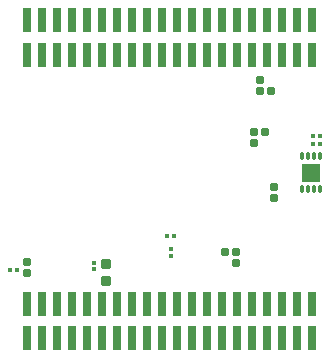
<source format=gbp>
G04*
G04 #@! TF.GenerationSoftware,Altium Limited,Altium NEXUS,5.1.2 (10)*
G04*
G04 Layer_Color=128*
%FSLAX25Y25*%
%MOIN*%
G70*
G04*
G04 #@! TF.SameCoordinates,614915EC-EFCC-4F07-BEE6-519DBFB5DABB*
G04*
G04*
G04 #@! TF.FilePolarity,Positive*
G04*
G01*
G75*
G04:AMPARAMS|DCode=15|XSize=23.62mil|YSize=23.62mil|CornerRadius=2.36mil|HoleSize=0mil|Usage=FLASHONLY|Rotation=90.000|XOffset=0mil|YOffset=0mil|HoleType=Round|Shape=RoundedRectangle|*
%AMROUNDEDRECTD15*
21,1,0.02362,0.01890,0,0,90.0*
21,1,0.01890,0.02362,0,0,90.0*
1,1,0.00472,0.00945,0.00945*
1,1,0.00472,0.00945,-0.00945*
1,1,0.00472,-0.00945,-0.00945*
1,1,0.00472,-0.00945,0.00945*
%
%ADD15ROUNDEDRECTD15*%
G04:AMPARAMS|DCode=23|XSize=11.42mil|YSize=12.99mil|CornerRadius=0.98mil|HoleSize=0mil|Usage=FLASHONLY|Rotation=270.000|XOffset=0mil|YOffset=0mil|HoleType=Round|Shape=RoundedRectangle|*
%AMROUNDEDRECTD23*
21,1,0.01142,0.01102,0,0,270.0*
21,1,0.00945,0.01299,0,0,270.0*
1,1,0.00197,-0.00551,-0.00472*
1,1,0.00197,-0.00551,0.00472*
1,1,0.00197,0.00551,0.00472*
1,1,0.00197,0.00551,-0.00472*
%
%ADD23ROUNDEDRECTD23*%
G04:AMPARAMS|DCode=27|XSize=11.42mil|YSize=12.99mil|CornerRadius=0.98mil|HoleSize=0mil|Usage=FLASHONLY|Rotation=180.000|XOffset=0mil|YOffset=0mil|HoleType=Round|Shape=RoundedRectangle|*
%AMROUNDEDRECTD27*
21,1,0.01142,0.01102,0,0,180.0*
21,1,0.00945,0.01299,0,0,180.0*
1,1,0.00197,-0.00472,0.00551*
1,1,0.00197,0.00472,0.00551*
1,1,0.00197,0.00472,-0.00551*
1,1,0.00197,-0.00472,-0.00551*
%
%ADD27ROUNDEDRECTD27*%
G04:AMPARAMS|DCode=29|XSize=12.6mil|YSize=13.39mil|CornerRadius=1.58mil|HoleSize=0mil|Usage=FLASHONLY|Rotation=90.000|XOffset=0mil|YOffset=0mil|HoleType=Round|Shape=RoundedRectangle|*
%AMROUNDEDRECTD29*
21,1,0.01260,0.01024,0,0,90.0*
21,1,0.00945,0.01339,0,0,90.0*
1,1,0.00315,0.00512,0.00472*
1,1,0.00315,0.00512,-0.00472*
1,1,0.00315,-0.00512,-0.00472*
1,1,0.00315,-0.00512,0.00472*
%
%ADD29ROUNDEDRECTD29*%
G04:AMPARAMS|DCode=31|XSize=23.62mil|YSize=23.62mil|CornerRadius=2.36mil|HoleSize=0mil|Usage=FLASHONLY|Rotation=0.000|XOffset=0mil|YOffset=0mil|HoleType=Round|Shape=RoundedRectangle|*
%AMROUNDEDRECTD31*
21,1,0.02362,0.01890,0,0,0.0*
21,1,0.01890,0.02362,0,0,0.0*
1,1,0.00472,0.00945,-0.00945*
1,1,0.00472,-0.00945,-0.00945*
1,1,0.00472,-0.00945,0.00945*
1,1,0.00472,0.00945,0.00945*
%
%ADD31ROUNDEDRECTD31*%
G04:AMPARAMS|DCode=95|XSize=78.74mil|YSize=29.13mil|CornerRadius=2.91mil|HoleSize=0mil|Usage=FLASHONLY|Rotation=270.000|XOffset=0mil|YOffset=0mil|HoleType=Round|Shape=RoundedRectangle|*
%AMROUNDEDRECTD95*
21,1,0.07874,0.02331,0,0,270.0*
21,1,0.07291,0.02913,0,0,270.0*
1,1,0.00583,-0.01165,-0.03646*
1,1,0.00583,-0.01165,0.03646*
1,1,0.00583,0.01165,0.03646*
1,1,0.00583,0.01165,-0.03646*
%
%ADD95ROUNDEDRECTD95*%
G04:AMPARAMS|DCode=96|XSize=62.99mil|YSize=62.99mil|CornerRadius=6.3mil|HoleSize=0mil|Usage=FLASHONLY|Rotation=90.000|XOffset=0mil|YOffset=0mil|HoleType=Round|Shape=RoundedRectangle|*
%AMROUNDEDRECTD96*
21,1,0.06299,0.05039,0,0,90.0*
21,1,0.05039,0.06299,0,0,90.0*
1,1,0.01260,0.02520,0.02520*
1,1,0.01260,0.02520,-0.02520*
1,1,0.01260,-0.02520,-0.02520*
1,1,0.01260,-0.02520,0.02520*
%
%ADD96ROUNDEDRECTD96*%
G04:AMPARAMS|DCode=97|XSize=11.81mil|YSize=23.62mil|CornerRadius=1.18mil|HoleSize=0mil|Usage=FLASHONLY|Rotation=0.000|XOffset=0mil|YOffset=0mil|HoleType=Round|Shape=RoundedRectangle|*
%AMROUNDEDRECTD97*
21,1,0.01181,0.02126,0,0,0.0*
21,1,0.00945,0.02362,0,0,0.0*
1,1,0.00236,0.00472,-0.01063*
1,1,0.00236,-0.00472,-0.01063*
1,1,0.00236,-0.00472,0.01063*
1,1,0.00236,0.00472,0.01063*
%
%ADD97ROUNDEDRECTD97*%
G04:AMPARAMS|DCode=98|XSize=33.47mil|YSize=31.5mil|CornerRadius=3.94mil|HoleSize=0mil|Usage=FLASHONLY|Rotation=180.000|XOffset=0mil|YOffset=0mil|HoleType=Round|Shape=RoundedRectangle|*
%AMROUNDEDRECTD98*
21,1,0.03347,0.02362,0,0,180.0*
21,1,0.02559,0.03150,0,0,180.0*
1,1,0.00787,-0.01280,0.01181*
1,1,0.00787,0.01280,0.01181*
1,1,0.00787,0.01280,-0.01181*
1,1,0.00787,-0.01280,-0.01181*
%
%ADD98ROUNDEDRECTD98*%
D15*
X90733Y82537D02*
D03*
X87190D02*
D03*
X89370Y96457D02*
D03*
X92913D02*
D03*
X81102Y42717D02*
D03*
X77559D02*
D03*
D23*
X8169Y36614D02*
D03*
X6004D02*
D03*
X109153Y78740D02*
D03*
X106988D02*
D03*
D27*
X33858Y39075D02*
D03*
Y36909D02*
D03*
X59646Y41437D02*
D03*
Y43602D02*
D03*
D29*
X60630Y48031D02*
D03*
X58268D02*
D03*
X106890Y81299D02*
D03*
X109252D02*
D03*
D31*
X11614Y39370D02*
D03*
Y35827D02*
D03*
X87190Y78993D02*
D03*
Y82537D02*
D03*
X89370Y100000D02*
D03*
Y96457D02*
D03*
X93898Y64370D02*
D03*
Y60827D02*
D03*
X81102Y42717D02*
D03*
Y39173D02*
D03*
D95*
X11555Y108465D02*
D03*
Y119882D02*
D03*
X16555Y108465D02*
D03*
Y119882D02*
D03*
X21555Y108465D02*
D03*
Y119882D02*
D03*
X26555Y108465D02*
D03*
Y119882D02*
D03*
X31555Y108465D02*
D03*
Y119882D02*
D03*
X36555Y108465D02*
D03*
Y119882D02*
D03*
X41555Y108465D02*
D03*
Y119882D02*
D03*
X46555Y108465D02*
D03*
Y119882D02*
D03*
X51555Y108465D02*
D03*
Y119882D02*
D03*
X56555Y108465D02*
D03*
Y119882D02*
D03*
X61555Y108465D02*
D03*
Y119882D02*
D03*
X66555Y108465D02*
D03*
Y119882D02*
D03*
X71555Y108465D02*
D03*
Y119882D02*
D03*
X76555Y108465D02*
D03*
Y119882D02*
D03*
X81555Y108465D02*
D03*
Y119882D02*
D03*
X86555Y108465D02*
D03*
Y119882D02*
D03*
X91555Y108465D02*
D03*
Y119882D02*
D03*
X96555Y108465D02*
D03*
Y119882D02*
D03*
X101555Y108465D02*
D03*
Y119882D02*
D03*
X106555Y108465D02*
D03*
Y119882D02*
D03*
X11555Y13976D02*
D03*
Y25394D02*
D03*
X16555Y13976D02*
D03*
Y25394D02*
D03*
X21555Y13976D02*
D03*
Y25394D02*
D03*
X26555Y13976D02*
D03*
Y25394D02*
D03*
X31555Y13976D02*
D03*
Y25394D02*
D03*
X36555Y13976D02*
D03*
Y25394D02*
D03*
X41555Y13976D02*
D03*
Y25394D02*
D03*
X46555Y13976D02*
D03*
Y25394D02*
D03*
X51555Y13976D02*
D03*
Y25394D02*
D03*
X56555Y13976D02*
D03*
Y25394D02*
D03*
X61555Y13976D02*
D03*
Y25394D02*
D03*
X66555Y13976D02*
D03*
Y25394D02*
D03*
X71555Y13976D02*
D03*
Y25394D02*
D03*
X76555Y13976D02*
D03*
Y25394D02*
D03*
X81555Y13976D02*
D03*
Y25394D02*
D03*
X86555Y13976D02*
D03*
Y25394D02*
D03*
X91555Y13976D02*
D03*
Y25394D02*
D03*
X96555Y13976D02*
D03*
Y25394D02*
D03*
X101555Y13976D02*
D03*
Y25394D02*
D03*
X106555Y13976D02*
D03*
Y25394D02*
D03*
D96*
X106299Y69095D02*
D03*
D97*
X103347Y74606D02*
D03*
X109252D02*
D03*
X103347Y63583D02*
D03*
X109252D02*
D03*
X107283Y74606D02*
D03*
X105315D02*
D03*
X107283Y63583D02*
D03*
X105315D02*
D03*
D98*
X37992Y33071D02*
D03*
Y38583D02*
D03*
M02*

</source>
